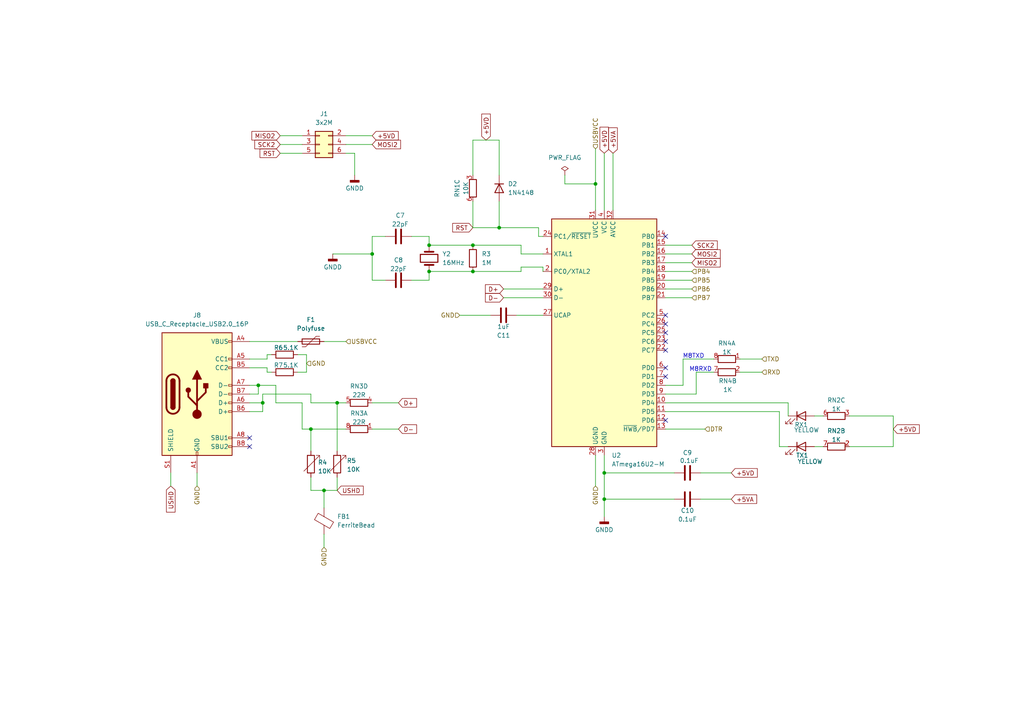
<source format=kicad_sch>
(kicad_sch (version 20250114) (generator "eeschema") (generator_version "9.0")
  (paper "A4")
  (lib_symbols
    (symbol "Connector:USB_C_Receptacle_USB2.0_16P" (pin_names (offset 1.016))
      (property "Reference" "J" (at 0 22.225 0))
      (property "Value" "USB_C_Receptacle_USB2.0_16P" (at 0 19.685 0))
      (symbol "USB_C_Receptacle_USB2.0_16P_0_0"
        (rectangle (start -0.254 -17.78) (end 0.254 -16.764))
        (rectangle (start 10.16 15.494) (end 9.144 14.986))
        (rectangle (start 10.16 10.414) (end 9.144 9.906))
        (rectangle (start 10.16 7.874) (end 9.144 7.366))
        (rectangle (start 10.16 2.794) (end 9.144 2.286))
        (rectangle (start 10.16 0.254) (end 9.144 -0.254))
        (rectangle (start 10.16 -2.286) (end 9.144 -2.794))
        (rectangle (start 10.16 -4.826) (end 9.144 -5.334))
        (rectangle (start 10.16 -12.446) (end 9.144 -12.954))
        (rectangle (start 10.16 -14.986) (end 9.144 -15.494))
      )
      (symbol "USB_C_Receptacle_USB2.0_16P_0_1"
        (rectangle (start -10.16 17.78) (end 10.16 -17.78) (stroke (width 0.254)) (fill (type background)))
        (polyline (pts (xy -8.89 -3.81) (xy -8.89 3.81)) (stroke (width 0.508)))
        (rectangle (start -7.62 -3.81) (end -6.35 3.81) (stroke (width 0.254)) (fill (type outline)))
        (arc (start -7.62 3.81) (mid -6.985 4.4423) (end -6.35 3.81) (stroke (width 0.254)))
        (arc (start -7.62 3.81) (mid -6.985 4.4423) (end -6.35 3.81) (stroke (width 0.254)) (fill (type outline)))
        (arc (start -8.89 3.81) (mid -6.985 5.7067) (end -5.08 3.81) (stroke (width 0.508)))
        (arc (start -5.08 -3.81) (mid -6.985 -5.7067) (end -8.89 -3.81) (stroke (width 0.508)))
        (arc (start -6.35 -3.81) (mid -6.985 -4.4423) (end -7.62 -3.81) (stroke (width 0.254)))
        (arc (start -6.35 -3.81) (mid -6.985 -4.4423) (end -7.62 -3.81) (stroke (width 0.254)) (fill (type outline)))
        (polyline (pts (xy -5.08 3.81) (xy -5.08 -3.81)) (stroke (width 0.508)))
        (circle (center -2.54 1.143) (radius 0.635) (stroke (width 0.254)) (fill (type outline)))
        (polyline (pts (xy -1.27 4.318) (xy 0 6.858) (xy 1.27 4.318) (xy -1.27 4.318)) (stroke (width 0.254)) (fill (type outline)))
        (polyline (pts (xy 0 -2.032) (xy 2.54 0.508) (xy 2.54 1.778)) (stroke (width 0.508)))
        (polyline (pts (xy 0 -3.302) (xy -2.54 -0.762) (xy -2.54 0.508)) (stroke (width 0.508)))
        (polyline (pts (xy 0 -5.842) (xy 0 4.318)) (stroke (width 0.508)))
        (circle (center 0 -5.842) (radius 1.27) (fill (type outline)))
        (rectangle (start 1.905 1.778) (end 3.175 3.048) (stroke (width 0.254)) (fill (type outline)))
      )
      (symbol "USB_C_Receptacle_USB2.0_16P_1_1"
        (pin passive line (at -7.62 -22.86 90) (length 5.08) (name "SHIELD") (number "S1"))
        (pin passive line (at 0 -22.86 90) (length 5.08) (name "GND") (number "A1"))
        (pin passive line (at 0 -22.86 90) (length 5.08) (hide yes) (name "GND") (number "A12"))
        (pin passive line (at 0 -22.86 90) (length 5.08) (hide yes) (name "GND") (number "B1"))
        (pin passive line (at 0 -22.86 90) (length 5.08) (hide yes) (name "GND") (number "B12"))
        (pin passive line (at 15.24 15.24 180) (length 5.08) (name "VBUS") (number "A4"))
        (pin passive line (at 15.24 15.24 180) (length 5.08) (hide yes) (name "VBUS") (number "A9"))
        (pin passive line (at 15.24 15.24 180) (length 5.08) (hide yes) (name "VBUS") (number "B4"))
        (pin passive line (at 15.24 15.24 180) (length 5.08) (hide yes) (name "VBUS") (number "B9"))
        (pin bidirectional line (at 15.24 10.16 180) (length 5.08) (name "CC1") (number "A5"))
        (pin bidirectional line (at 15.24 7.62 180) (length 5.08) (name "CC2") (number "B5"))
        (pin bidirectional line (at 15.24 2.54 180) (length 5.08) (name "D-") (number "A7"))
        (pin bidirectional line (at 15.24 0 180) (length 5.08) (name "D-") (number "B7"))
        (pin bidirectional line (at 15.24 -2.54 180) (length 5.08) (name "D+") (number "A6"))
        (pin bidirectional line (at 15.24 -5.08 180) (length 5.08) (name "D+") (number "B6"))
        (pin bidirectional line (at 15.24 -12.7 180) (length 5.08) (name "SBU1") (number "A8"))
        (pin bidirectional line (at 15.24 -15.24 180) (length 5.08) (name "SBU2") (number "B8"))
      )
    )
    (symbol "Connector_Generic:Conn_02x03_Odd_Even" (pin_names (offset 1.016) (hide yes))
      (property "Reference" "J" (at 1.27 5.08 0))
      (property "Value" "Conn_02x03_Odd_Even" (at 1.27 -5.08 0))
      (symbol "Conn_02x03_Odd_Even_1_1"
        (rectangle (start -1.27 3.81) (end 3.81 -3.81) (stroke (width 0.254)) (fill (type background)))
        (rectangle (start -1.27 2.667) (end 0 2.413) (stroke (width 0.1524)))
        (rectangle (start -1.27 0.127) (end 0 -0.127) (stroke (width 0.1524)))
        (rectangle (start -1.27 -2.413) (end 0 -2.667) (stroke (width 0.1524)))
        (rectangle (start 3.81 2.667) (end 2.54 2.413) (stroke (width 0.1524)))
        (rectangle (start 3.81 0.127) (end 2.54 -0.127) (stroke (width 0.1524)))
        (rectangle (start 3.81 -2.413) (end 2.54 -2.667) (stroke (width 0.1524)))
        (pin passive line (at -5.08 2.54 0) (length 3.81) (name "Pin_1") (number "1"))
        (pin passive line (at -5.08 0 0) (length 3.81) (name "Pin_3") (number "3"))
        (pin passive line (at -5.08 -2.54 0) (length 3.81) (name "Pin_5") (number "5"))
        (pin passive line (at 7.62 2.54 180) (length 3.81) (name "Pin_2") (number "2"))
        (pin passive line (at 7.62 0 180) (length 3.81) (name "Pin_4") (number "4"))
        (pin passive line (at 7.62 -2.54 180) (length 3.81) (name "Pin_6") (number "6"))
      )
    )
    (symbol "Device:C" (pin_numbers (hide yes)) (pin_names (offset 0.254))
      (property "Reference" "C" (at 0.635 2.54 0))
      (property "Value" "C" (at 0.635 -2.54 0))
      (symbol "C_0_1"
        (polyline (pts (xy -2.032 0.762) (xy 2.032 0.762)) (stroke (width 0.508)))
        (polyline (pts (xy -2.032 -0.762) (xy 2.032 -0.762)) (stroke (width 0.508)))
      )
      (symbol "C_1_1"
        (pin passive line (at 0 3.81 270) (length 2.794) (name "~") (number "1"))
        (pin passive line (at 0 -3.81 90) (length 2.794) (name "~") (number "2"))
      )
    )
    (symbol "Device:Crystal" (pin_numbers (hide yes)) (pin_names (offset 1.016) (hide yes))
      (property "Reference" "Y" (at 0 3.81 0))
      (property "Value" "Crystal" (at 0 -3.81 0))
      (symbol "Crystal_0_1"
        (polyline (pts (xy -2.54 0) (xy -1.905 0)))
        (polyline (pts (xy -1.905 -1.27) (xy -1.905 1.27)) (stroke (width 0.508)))
        (rectangle (start -1.143 2.54) (end 1.143 -2.54) (stroke (width 0.3048)))
        (polyline (pts (xy 1.905 -1.27) (xy 1.905 1.27)) (stroke (width 0.508)))
        (polyline (pts (xy 2.54 0) (xy 1.905 0)))
      )
      (symbol "Crystal_1_1"
        (pin passive line (at -3.81 0 0) (length 1.27) (name "1") (number "1"))
        (pin passive line (at 3.81 0 180) (length 1.27) (name "2") (number "2"))
      )
    )
    (symbol "Device:FerriteBead" (pin_numbers (hide yes)) (pin_names (offset 0))
      (property "Reference" "FB" (at -3.81 0.635 90))
      (property "Value" "FerriteBead" (at 3.81 0 90))
      (symbol "FerriteBead_0_1"
        (polyline (pts (xy -2.7686 0.4064) (xy -1.7018 2.2606) (xy 2.7686 -0.3048) (xy 1.6764 -2.159) (xy -2.7686 0.4064)))
        (polyline (pts (xy 0 1.27) (xy 0 1.2954)))
        (polyline (pts (xy 0 -1.27) (xy 0 -1.2192)))
      )
      (symbol "FerriteBead_1_1"
        (pin passive line (at 0 3.81 270) (length 2.54) (name "~") (number "1"))
        (pin passive line (at 0 -3.81 90) (length 2.54) (name "~") (number "2"))
      )
    )
    (symbol "Device:LED" (pin_numbers (hide yes)) (pin_names (offset 1.016) (hide yes))
      (property "Reference" "D" (at 0 2.54 0))
      (property "Value" "LED" (at 0 -2.54 0))
      (symbol "LED_0_1"
        (polyline (pts (xy -3.048 -0.762) (xy -4.572 -2.286) (xy -3.81 -2.286) (xy -4.572 -2.286) (xy -4.572 -1.524)))
        (polyline (pts (xy -1.778 -0.762) (xy -3.302 -2.286) (xy -2.54 -2.286) (xy -3.302 -2.286) (xy -3.302 -1.524)))
        (polyline (pts (xy -1.27 0) (xy 1.27 0)))
        (polyline (pts (xy -1.27 -1.27) (xy -1.27 1.27)) (stroke (width 0.254)))
        (polyline (pts (xy 1.27 -1.27) (xy 1.27 1.27) (xy -1.27 0) (xy 1.27 -1.27)) (stroke (width 0.254)))
      )
      (symbol "LED_1_1"
        (pin passive line (at -3.81 0 0) (length 2.54) (name "K") (number "1"))
        (pin passive line (at 3.81 0 180) (length 2.54) (name "A") (number "2"))
      )
    )
    (symbol "Device:Polyfuse" (pin_numbers (hide yes)) (pin_names (offset 0))
      (property "Reference" "F" (at -2.54 0 90))
      (property "Value" "Polyfuse" (at 2.54 0 90))
      (symbol "Polyfuse_0_1"
        (polyline (pts (xy -1.524 2.54) (xy -1.524 1.524) (xy 1.524 -1.524) (xy 1.524 -2.54)))
        (rectangle (start -0.762 2.54) (end 0.762 -2.54) (stroke (width 0.254)))
        (polyline (pts (xy 0 2.54) (xy 0 -2.54)))
      )
      (symbol "Polyfuse_1_1"
        (pin passive line (at 0 3.81 270) (length 1.27) (name "~") (number "1"))
        (pin passive line (at 0 -3.81 90) (length 1.27) (name "~") (number "2"))
      )
    )
    (symbol "Device:R" (pin_numbers (hide yes)) (pin_names (offset 0))
      (property "Reference" "R" (at 2.032 0 90))
      (property "Value" "R" (at 0 0 90))
      (symbol "R_0_1"
        (rectangle (start -1.016 -2.54) (end 1.016 2.54) (stroke (width 0.254)))
      )
      (symbol "R_1_1"
        (pin passive line (at 0 3.81 270) (length 1.27) (name "~") (number "1"))
        (pin passive line (at 0 -3.81 90) (length 1.27) (name "~") (number "2"))
      )
    )
    (symbol "Device:R_Pack04_Split" (pin_names (offset 0) (hide yes))
      (property "Reference" "RN" (at 2.032 0 90))
      (property "Value" "R_Pack04_Split" (at 0 0 90))
      (symbol "R_Pack04_Split_0_1"
        (rectangle (start 1.016 2.54) (end -1.016 -2.54) (stroke (width 0.254)))
      )
      (symbol "R_Pack04_Split_1_1"
        (pin passive line (at 0 3.81 270) (length 1.27) (name "R1.2") (number "8"))
        (pin passive line (at 0 -3.81 90) (length 1.27) (name "R1.1") (number "1"))
      )
      (symbol "R_Pack04_Split_2_1"
        (pin passive line (at 0 3.81 270) (length 1.27) (name "R2.2") (number "7"))
        (pin passive line (at 0 -3.81 90) (length 1.27) (name "R2.1") (number "2"))
      )
      (symbol "R_Pack04_Split_3_1"
        (pin passive line (at 0 3.81 270) (length 1.27) (name "R3.2") (number "6"))
        (pin passive line (at 0 -3.81 90) (length 1.27) (name "R3.1") (number "3"))
      )
      (symbol "R_Pack04_Split_4_1"
        (pin passive line (at 0 3.81 270) (length 1.27) (name "R4.2") (number "5"))
        (pin passive line (at 0 -3.81 90) (length 1.27) (name "R4.1") (number "4"))
      )
    )
    (symbol "Device:R_Variable" (pin_numbers (hide yes)) (pin_names (offset 0))
      (property "Reference" "R" (at 2.54 -2.54 90))
      (property "Value" "R_Variable" (at -2.54 -1.27 90))
      (symbol "R_Variable_0_1"
        (rectangle (start -1.016 -2.54) (end 1.016 2.54) (stroke (width 0.254)))
        (polyline (pts (xy 2.54 1.524) (xy 2.54 2.54) (xy 1.524 2.54) (xy 2.54 2.54) (xy -2.032 -2.032)))
      )
      (symbol "R_Variable_1_1"
        (pin passive line (at 0 3.81 270) (length 1.27) (name "~") (number "1"))
        (pin passive line (at 0 -3.81 90) (length 1.27) (name "~") (number "2"))
      )
    )
    (symbol "Diode:1N4148" (pin_numbers (hide yes)) (pin_names (hide yes))
      (property "Reference" "D" (at 0 2.54 0))
      (property "Value" "1N4148" (at 0 -2.54 0))
      (symbol "1N4148_0_1"
        (polyline (pts (xy -1.27 1.27) (xy -1.27 -1.27)) (stroke (width 0.254)))
        (polyline (pts (xy 1.27 1.27) (xy 1.27 -1.27) (xy -1.27 0) (xy 1.27 1.27)) (stroke (width 0.254)))
        (polyline (pts (xy 1.27 0) (xy -1.27 0)))
      )
      (symbol "1N4148_1_1"
        (pin passive line (at -3.81 0 0) (length 2.54) (name "K") (number "1"))
        (pin passive line (at 3.81 0 180) (length 2.54) (name "A") (number "2"))
      )
    )
    (symbol "MCU_Microchip_ATmega:ATmega16U2-M"
      (property "Reference" "U" (at -15.24 34.29 0))
      (property "Value" "ATmega16U2-M" (at 2.54 -34.29 0))
      (symbol "ATmega16U2-M_0_1"
        (rectangle (start -15.24 -33.02) (end 15.24 33.02) (stroke (width 0.254)) (fill (type background)))
      )
      (symbol "ATmega16U2-M_1_1"
        (pin bidirectional line (at -17.78 27.94 0) (length 2.54) (name "PC1/~{RESET}") (number "24"))
        (pin input line (at -17.78 22.86 0) (length 2.54) (name "XTAL1") (number "1"))
        (pin bidirectional line (at -17.78 17.78 0) (length 2.54) (name "PC0/XTAL2") (number "2"))
        (pin bidirectional line (at -17.78 12.7 0) (length 2.54) (name "D+") (number "29"))
        (pin bidirectional line (at -17.78 10.16 0) (length 2.54) (name "D-") (number "30"))
        (pin passive line (at -17.78 5.08 0) (length 2.54) (name "UCAP") (number "27"))
        (pin power_in line (at -2.54 35.56 270) (length 2.54) (name "UVCC") (number "31"))
        (pin power_in line (at -2.54 -35.56 90) (length 2.54) (name "UGND") (number "28"))
        (pin power_in line (at 0 35.56 270) (length 2.54) (name "VCC") (number "4"))
        (pin power_in line (at 0 -35.56 90) (length 2.54) (name "GND") (number "3"))
        (pin passive line (at 0 -35.56 90) (length 2.54) (hide yes) (name "GND") (number "33"))
        (pin power_in line (at 2.54 35.56 270) (length 2.54) (name "AVCC") (number "32"))
        (pin bidirectional line (at 17.78 27.94 180) (length 2.54) (name "PB0") (number "14"))
        (pin bidirectional line (at 17.78 25.4 180) (length 2.54) (name "PB1") (number "15"))
        (pin bidirectional line (at 17.78 22.86 180) (length 2.54) (name "PB2") (number "16"))
        (pin bidirectional line (at 17.78 20.32 180) (length 2.54) (name "PB3") (number "17"))
        (pin bidirectional line (at 17.78 17.78 180) (length 2.54) (name "PB4") (number "18"))
        (pin bidirectional line (at 17.78 15.24 180) (length 2.54) (name "PB5") (number "19"))
        (pin bidirectional line (at 17.78 12.7 180) (length 2.54) (name "PB6") (number "20"))
        (pin bidirectional line (at 17.78 10.16 180) (length 2.54) (name "PB7") (number "21"))
        (pin bidirectional line (at 17.78 5.08 180) (length 2.54) (name "PC2") (number "5"))
        (pin bidirectional line (at 17.78 2.54 180) (length 2.54) (name "PC4") (number "26"))
        (pin bidirectional line (at 17.78 0 180) (length 2.54) (name "PC5") (number "25"))
        (pin bidirectional line (at 17.78 -2.54 180) (length 2.54) (name "PC6") (number "23"))
        (pin bidirectional line (at 17.78 -5.08 180) (length 2.54) (name "PC7") (number "22"))
        (pin bidirectional line (at 17.78 -10.16 180) (length 2.54) (name "PD0") (number "6"))
        (pin bidirectional line (at 17.78 -12.7 180) (length 2.54) (name "PD1") (number "7"))
        (pin bidirectional line (at 17.78 -15.24 180) (length 2.54) (name "PD2") (number "8"))
        (pin bidirectional line (at 17.78 -17.78 180) (length 2.54) (name "PD3") (number "9"))
        (pin bidirectional line (at 17.78 -20.32 180) (length 2.54) (name "PD4") (number "10"))
        (pin bidirectional line (at 17.78 -22.86 180) (length 2.54) (name "PD5") (number "11"))
        (pin bidirectional line (at 17.78 -25.4 180) (length 2.54) (name "PD6") (number "12"))
        (pin bidirectional line (at 17.78 -27.94 180) (length 2.54) (name "~{HWB}/PD7") (number "13"))
      )
    )
    (symbol "power:GNDD" (power) (pin_numbers (hide yes)) (pin_names (offset 0) (hide yes))
      (property "Value" "GNDD" (at 0 -3.175 0))
      (symbol "GNDD_0_1"
        (rectangle (start -1.27 -1.524) (end 1.27 -2.032) (stroke (width 0.254)) (fill (type outline)))
        (polyline (pts (xy 0 0) (xy 0 -1.524)))
      )
      (symbol "GNDD_1_1"
        (pin power_in line (at 0 0 270) (length 0) (name "~") (number "1"))
      )
    )
    (symbol "power:PWR_FLAG" (power) (pin_numbers (hide yes)) (pin_names (offset 0) (hide yes))
      (property "Value" "PWR_FLAG" (at 0 3.81 0))
      (symbol "PWR_FLAG_0_0"
        (pin power_out line (at 0 0 90) (length 0) (name "~") (number "1"))
      )
      (symbol "PWR_FLAG_0_1"
        (polyline (pts (xy 0 0) (xy 0 1.27) (xy -1.016 1.905) (xy 0 2.54) (xy 1.016 1.905) (xy 0 1.27)))
      )
    )
  )
  (text "M8TXD" (at 201.168 103.378 0) (effects (font (size 1.27 1.27))))
  (text "M8RXD" (at 203.2 107.188 0) (effects (font (size 1.27 1.27))))
  (junction (at 74.93 111.76))
  (junction (at 124.46 71.12))
  (junction (at 175.26 144.78))
  (junction (at 97.79 116.84))
  (junction (at 90.17 124.46))
  (junction (at 137.16 78.74))
  (junction (at 172.72 53.34))
  (junction (at 144.78 66.04))
  (junction (at 124.46 78.74))
  (junction (at 175.26 137.16))
  (junction (at 137.16 71.12))
  (junction (at 76.2 116.84))
  (junction (at 93.98 142.24))
  (junction (at 107.95 73.66))
  (no_connect (at 193.04 121.92))
  (no_connect (at 72.39 127))
  (no_connect (at 193.04 101.6))
  (no_connect (at 193.04 109.22))
  (no_connect (at 193.04 96.52))
  (no_connect (at 193.04 91.44))
  (no_connect (at 193.04 106.68))
  (no_connect (at 193.04 99.06))
  (no_connect (at 72.39 129.54))
  (no_connect (at 193.04 68.58))
  (no_connect (at 193.04 93.98))
  (wire (pts (xy 144.78 66.04) (xy 144.78 58.42)))
  (wire (pts (xy 107.95 68.58) (xy 111.76 68.58)))
  (wire (pts (xy 107.95 116.84) (xy 115.57 116.84)))
  (wire (pts (xy 90.17 138.43) (xy 90.17 142.24)))
  (wire (pts (xy 119.38 68.58) (xy 124.46 68.58)))
  (wire (pts (xy 175.26 144.78) (xy 175.26 149.86)))
  (wire (pts (xy 77.47 106.68) (xy 77.47 107.95)))
  (wire (pts (xy 193.04 119.38) (xy 226.06 119.38)))
  (wire (pts (xy 124.46 71.12) (xy 137.16 71.12)))
  (wire (pts (xy 100.33 39.37) (xy 107.95 39.37)))
  (wire (pts (xy 198.12 111.76) (xy 193.04 111.76)))
  (wire (pts (xy 137.16 40.64) (xy 137.16 50.8)))
  (wire (pts (xy 74.93 111.76) (xy 80.01 111.76)))
  (wire (pts (xy 124.46 81.28) (xy 124.46 78.74)))
  (wire (pts (xy 76.2 116.84) (xy 76.2 114.3)))
  (wire (pts (xy 156.21 68.58) (xy 157.48 68.58)))
  (wire (pts (xy 175.26 132.08) (xy 175.26 137.16)))
  (wire (pts (xy 77.47 102.87) (xy 78.74 102.87)))
  (wire (pts (xy 107.95 73.66) (xy 107.95 81.28)))
  (wire (pts (xy 236.22 120.65) (xy 238.76 120.65)))
  (wire (pts (xy 49.53 137.16) (xy 49.53 140.97)))
  (wire (pts (xy 200.66 71.12) (xy 193.04 71.12)))
  (wire (pts (xy 193.04 116.84) (xy 228.6 116.84)))
  (wire (pts (xy 97.79 116.84) (xy 97.79 130.81)))
  (wire (pts (xy 172.72 43.18) (xy 172.72 53.34)))
  (wire (pts (xy 137.16 58.42) (xy 137.16 66.04)))
  (wire (pts (xy 107.95 68.58) (xy 107.95 73.66)))
  (wire (pts (xy 90.17 142.24) (xy 93.98 142.24)))
  (wire (pts (xy 96.52 73.66) (xy 107.95 73.66)))
  (wire (pts (xy 76.2 119.38) (xy 76.2 116.84)))
  (wire (pts (xy 93.98 142.24) (xy 97.79 142.24)))
  (wire (pts (xy 77.47 104.14) (xy 72.39 104.14)))
  (wire (pts (xy 107.95 124.46) (xy 115.57 124.46)))
  (wire (pts (xy 93.98 154.94) (xy 93.98 158.75)))
  (wire (pts (xy 228.6 116.84) (xy 228.6 120.65)))
  (wire (pts (xy 100.33 41.91) (xy 107.95 41.91)))
  (wire (pts (xy 100.33 44.45) (xy 102.87 44.45)))
  (wire (pts (xy 175.26 144.78) (xy 195.58 144.78)))
  (wire (pts (xy 72.39 116.84) (xy 76.2 116.84)))
  (wire (pts (xy 157.48 77.47) (xy 157.48 78.74)))
  (wire (pts (xy 144.78 40.64) (xy 144.78 50.8)))
  (wire (pts (xy 86.36 107.95) (xy 88.9 107.95)))
  (wire (pts (xy 200.66 81.28) (xy 193.04 81.28)))
  (wire (pts (xy 175.26 137.16) (xy 195.58 137.16)))
  (wire (pts (xy 198.12 104.14) (xy 207.01 104.14)))
  (wire (pts (xy 72.39 106.68) (xy 77.47 106.68)))
  (wire (pts (xy 200.66 76.2) (xy 193.04 76.2)))
  (wire (pts (xy 151.13 73.66) (xy 151.13 71.12)))
  (wire (pts (xy 76.2 114.3) (xy 90.17 114.3)))
  (wire (pts (xy 146.05 83.82) (xy 157.48 83.82)))
  (wire (pts (xy 133.35 91.44) (xy 142.24 91.44)))
  (wire (pts (xy 151.13 77.47) (xy 157.48 77.47)))
  (wire (pts (xy 107.95 81.28) (xy 111.76 81.28)))
  (wire (pts (xy 81.28 44.45) (xy 87.63 44.45)))
  (wire (pts (xy 226.06 119.38) (xy 226.06 129.54)))
  (wire (pts (xy 90.17 116.84) (xy 97.79 116.84)))
  (wire (pts (xy 72.39 114.3) (xy 74.93 114.3)))
  (wire (pts (xy 77.47 102.87) (xy 77.47 104.14)))
  (wire (pts (xy 97.79 116.84) (xy 100.33 116.84)))
  (wire (pts (xy 200.66 86.36) (xy 193.04 86.36)))
  (wire (pts (xy 151.13 77.47) (xy 151.13 78.74)))
  (wire (pts (xy 156.21 66.04) (xy 144.78 66.04)))
  (wire (pts (xy 201.93 107.95) (xy 207.01 107.95)))
  (wire (pts (xy 214.63 107.95) (xy 220.98 107.95)))
  (wire (pts (xy 72.39 99.06) (xy 86.36 99.06)))
  (wire (pts (xy 57.15 137.16) (xy 57.15 140.97)))
  (wire (pts (xy 246.38 120.65) (xy 259.08 120.65)))
  (wire (pts (xy 259.08 120.65) (xy 259.08 129.54)))
  (wire (pts (xy 246.38 129.54) (xy 259.08 129.54)))
  (wire (pts (xy 90.17 124.46) (xy 100.33 124.46)))
  (wire (pts (xy 203.2 144.78) (xy 212.09 144.78)))
  (wire (pts (xy 87.63 124.46) (xy 90.17 124.46)))
  (wire (pts (xy 200.66 78.74) (xy 193.04 78.74)))
  (wire (pts (xy 163.83 53.34) (xy 172.72 53.34)))
  (wire (pts (xy 198.12 104.14) (xy 198.12 111.76)))
  (wire (pts (xy 151.13 78.74) (xy 137.16 78.74)))
  (wire (pts (xy 177.8 44.45) (xy 177.8 60.96)))
  (wire (pts (xy 93.98 142.24) (xy 93.98 147.32)))
  (wire (pts (xy 175.26 137.16) (xy 175.26 144.78)))
  (wire (pts (xy 201.93 107.95) (xy 201.93 114.3)))
  (wire (pts (xy 193.04 114.3) (xy 201.93 114.3)))
  (wire (pts (xy 90.17 124.46) (xy 90.17 130.81)))
  (wire (pts (xy 200.66 73.66) (xy 193.04 73.66)))
  (wire (pts (xy 87.63 116.84) (xy 87.63 124.46)))
  (wire (pts (xy 119.38 81.28) (xy 124.46 81.28)))
  (wire (pts (xy 151.13 71.12) (xy 137.16 71.12)))
  (wire (pts (xy 146.05 86.36) (xy 157.48 86.36)))
  (wire (pts (xy 193.04 124.46) (xy 204.47 124.46)))
  (wire (pts (xy 80.01 111.76) (xy 80.01 116.84)))
  (wire (pts (xy 88.9 102.87) (xy 86.36 102.87)))
  (wire (pts (xy 74.93 114.3) (xy 74.93 111.76)))
  (wire (pts (xy 163.83 50.8) (xy 163.83 53.34)))
  (wire (pts (xy 77.47 107.95) (xy 78.74 107.95)))
  (wire (pts (xy 203.2 137.16) (xy 212.09 137.16)))
  (wire (pts (xy 214.63 104.14) (xy 220.98 104.14)))
  (wire (pts (xy 200.66 83.82) (xy 193.04 83.82)))
  (wire (pts (xy 144.78 40.64) (xy 137.16 40.64)))
  (wire (pts (xy 175.26 44.45) (xy 175.26 60.96)))
  (wire (pts (xy 226.06 129.54) (xy 228.6 129.54)))
  (wire (pts (xy 137.16 66.04) (xy 144.78 66.04)))
  (wire (pts (xy 124.46 78.74) (xy 137.16 78.74)))
  (wire (pts (xy 156.21 66.04) (xy 156.21 68.58)))
  (wire (pts (xy 72.39 119.38) (xy 76.2 119.38)))
  (wire (pts (xy 102.87 44.45) (xy 102.87 50.8)))
  (wire (pts (xy 72.39 111.76) (xy 74.93 111.76)))
  (wire (pts (xy 151.13 73.66) (xy 157.48 73.66)))
  (wire (pts (xy 124.46 68.58) (xy 124.46 71.12)))
  (wire (pts (xy 172.72 132.08) (xy 172.72 140.97)))
  (wire (pts (xy 80.01 116.84) (xy 87.63 116.84)))
  (wire (pts (xy 88.9 107.95) (xy 88.9 102.87)))
  (wire (pts (xy 81.28 39.37) (xy 87.63 39.37)))
  (wire (pts (xy 97.79 142.24) (xy 97.79 138.43)))
  (wire (pts (xy 90.17 114.3) (xy 90.17 116.84)))
  (wire (pts (xy 236.22 129.54) (xy 238.76 129.54)))
  (wire (pts (xy 81.28 41.91) (xy 87.63 41.91)))
  (wire (pts (xy 172.72 53.34) (xy 172.72 60.96)))
  (wire (pts (xy 93.98 99.06) (xy 100.33 99.06)))
  (wire (pts (xy 149.86 91.44) (xy 157.48 91.44)))
  (global_label "+5VA" (shape input) (at 177.8 44.45 90) (property "Intersheetrefs" "${INTERSHEET_REFS}" (effects (hide yes))))
  (global_label "MOSI2" (shape input) (at 107.95 41.91 0) (property "Intersheetrefs" "${INTERSHEET_REFS}" (effects (hide yes))))
  (global_label "USHD" (shape input) (at 97.79 142.24 0) (property "Intersheetrefs" "${INTERSHEET_REFS}" (effects (hide yes))))
  (global_label "RST" (shape input) (at 81.28 44.45 180) (property "Intersheetrefs" "${INTERSHEET_REFS}" (effects (hide yes))))
  (global_label "+5VD" (shape input) (at 259.08 124.46 0) (property "Intersheetrefs" "${INTERSHEET_REFS}" (effects (hide yes))))
  (global_label "+5VD" (shape input) (at 140.97 40.64 90) (property "Intersheetrefs" "${INTERSHEET_REFS}" (effects (hide yes))))
  (global_label "RST" (shape input) (at 137.16 66.04 180) (property "Intersheetrefs" "${INTERSHEET_REFS}" (effects (hide yes))))
  (global_label "MOSI2" (shape input) (at 200.66 73.66 0) (property "Intersheetrefs" "${INTERSHEET_REFS}" (effects (hide yes))))
  (global_label "+5VD" (shape input) (at 212.09 137.16 0) (property "Intersheetrefs" "${INTERSHEET_REFS}" (effects (hide yes))))
  (global_label "SCK2" (shape input) (at 81.28 41.91 180) (property "Intersheetrefs" "${INTERSHEET_REFS}" (effects (hide yes))))
  (global_label "D-" (shape input) (at 115.57 124.46 0) (property "Intersheetrefs" "${INTERSHEET_REFS}" (effects (hide yes))))
  (global_label "MISO2" (shape input) (at 200.66 76.2 0) (property "Intersheetrefs" "${INTERSHEET_REFS}" (effects (hide yes))))
  (global_label "D-" (shape input) (at 146.05 86.36 180) (property "Intersheetrefs" "${INTERSHEET_REFS}" (effects (hide yes))))
  (global_label "MISO2" (shape input) (at 81.28 39.37 180) (property "Intersheetrefs" "${INTERSHEET_REFS}" (effects (hide yes))))
  (global_label "+5VA" (shape input) (at 212.09 144.78 0) (property "Intersheetrefs" "${INTERSHEET_REFS}" (effects (hide yes))))
  (global_label "D+" (shape input) (at 146.05 83.82 180) (property "Intersheetrefs" "${INTERSHEET_REFS}" (effects (hide yes))))
  (global_label "D+" (shape input) (at 115.57 116.84 0) (property "Intersheetrefs" "${INTERSHEET_REFS}" (effects (hide yes))))
  (global_label "+5VD" (shape input) (at 107.95 39.37 0) (property "Intersheetrefs" "${INTERSHEET_REFS}" (effects (hide yes))))
  (global_label "SCK2" (shape input) (at 200.66 71.12 0) (property "Intersheetrefs" "${INTERSHEET_REFS}" (effects (hide yes))))
  (global_label "+5VD" (shape input) (at 175.26 44.45 90) (property "Intersheetrefs" "${INTERSHEET_REFS}" (effects (hide yes))))
  (global_label "USHD" (shape input) (at 49.53 140.97 270) (property "Intersheetrefs" "${INTERSHEET_REFS}" (effects (hide yes))))
  (hierarchical_label "GND" (shape input) (at 88.9 105.41 0))
  (hierarchical_label "DTR" (shape input) (at 204.47 124.46 0))
  (hierarchical_label "GND" (shape input) (at 93.98 158.75 270))
  (hierarchical_label "RXD" (shape input) (at 220.98 107.95 0))
  (hierarchical_label "USBVCC" (shape input) (at 172.72 43.18 90))
  (hierarchical_label "USBVCC" (shape input) (at 100.33 99.06 0))
  (hierarchical_label "PB7" (shape input) (at 200.66 86.36 0))
  (hierarchical_label "GND" (shape input) (at 133.35 91.44 180))
  (hierarchical_label "GND" (shape input) (at 57.15 140.97 270))
  (hierarchical_label "PB4" (shape input) (at 200.66 78.74 0))
  (hierarchical_label "PB6" (shape input) (at 200.66 83.82 0))
  (hierarchical_label "TXD" (shape input) (at 220.98 104.14 0))
  (hierarchical_label "PB5" (shape input) (at 200.66 81.28 0))
  (hierarchical_label "GND" (shape input) (at 172.72 140.97 270))
  (symbol (lib_id "Device:R") (at 137.16 74.93 0) (unit 1)
    (property "Reference" "R3" (at 139.7 73.6599 0) (effects (justify left)))
    (property "Value" "1M" (at 139.7 76.1999 0) (effects (justify left)))
    (property "Footprint" "Resistor_SMD:R_0603_1608Metric" (effects (hide yes)))
    (property "Description" "Resistor" (effects (hide yes)))
  )
  (symbol (lib_id "Device:R_Pack04_Split") (at 104.14 124.46 90) (unit 1)
    (property "Reference" "RN3" (at 104.14 119.888 90))
    (property "Value" "22R" (at 104.14 122.428 90))
    (property "Footprint" "Resistor_SMD:R_Array_Concave_4x0603" (effects (hide yes)))
    (property "Description" "4 resistor network, parallel topology, split" (effects (hide yes)))
  )
  (symbol (lib_id "Device:R_Pack04_Split") (at 210.82 107.95 90) (unit 2)
    (property "Reference" "RN4" (at 211.074 110.49 90))
    (property "Value" "1K" (at 211.074 113.03 90))
    (property "Footprint" "Resistor_SMD:R_Array_Concave_4x0603" (effects (hide yes)))
    (property "Description" "4 resistor network, parallel topology, split" (effects (hide yes)))
  )
  (symbol (lib_id "Connector:USB_C_Receptacle_USB2.0_16P") (at 57.15 114.3 0) (unit 1)
    (property "Reference" "J8" (at 57.15 91.44 0))
    (property "Value" "USB_C_Receptacle_USB2.0_16P" (at 57.15 93.98 0))
    (property "Footprint" "Connector_USB:USB_C_Receptacle_GCT_USB4135-GF-A_6P_TopMnt_Horizontal" (effects (hide yes)))
    (property "Datasheet" "https://www.usb.org/sites/default/files/documents/usb_type-c.zip" (effects (hide yes)))
    (property "Description" "USB 2.0-only 16P Type-C Receptacle connector" (effects (hide yes)))
  )
  (symbol (lib_id "Device:Crystal") (at 124.46 74.93 90) (unit 1)
    (property "Reference" "Y2" (at 128.27 73.6599 90) (effects (justify right)))
    (property "Value" "16MHz" (at 128.27 76.1999 90) (effects (justify right)))
    (property "Footprint" "Crystal:Crystal_SMD_0603-2Pin_6.0x3.5mm" (effects (hide yes)))
    (property "Description" "Two pin crystal" (effects (hide yes)))
  )
  (symbol (lib_id "Device:C") (at 199.39 144.78 90) (unit 1)
    (property "Reference" "C10" (at 199.39 148.082 90))
    (property "Value" "0.1uF" (at 199.39 150.622 90))
    (property "Footprint" "Capacitor_SMD:C_0603_1608Metric" (effects (hide yes)))
    (property "Description" "Unpolarized capacitor" (effects (hide yes)))
  )
  (symbol (lib_id "Device:R_Pack04_Split") (at 104.14 116.84 90) (unit 4)
    (property "Reference" "RN3" (at 104.14 112.014 90))
    (property "Value" "22R" (at 104.14 114.554 90))
    (property "Footprint" "Resistor_SMD:R_Array_Concave_4x0603" (effects (hide yes)))
    (property "Description" "4 resistor network, parallel topology, split" (effects (hide yes)))
  )
  (symbol (lib_id "Device:LED") (at 232.41 129.54 0) (unit 1)
    (property "Reference" "TX1" (at 232.664 132.08 0))
    (property "Value" "YELLOW" (at 234.95 133.858 0))
    (property "Footprint" "LED_SMD:LED_0603_1608Metric" (effects (hide yes)))
    (property "Description" "Light emitting diode" (effects (hide yes)))
    (property "Sim.Pins" "1=K 2=A" (effects (hide yes)))
  )
  (symbol (lib_id "Connector_Generic:Conn_02x03_Odd_Even") (at 92.71 41.91 0) (unit 1)
    (property "Reference" "J1" (at 93.98 33.02 0))
    (property "Value" "3x2M" (at 93.98 35.56 0))
    (property "Footprint" "Connector_PinHeader_2.54mm:PinHeader_2x03_P2.54mm_Vertical" (effects (hide yes)))
    (property "Description" "Generic connector, double row, 02x03, odd/even pin numbering scheme (row 1 odd numbers, row 2 even numbers), script generated (kicad-library-utils/schlib/autogen/connector/)" (effects (hide yes)))
  )
  (symbol (lib_id "Device:Polyfuse") (at 90.17 99.06 90) (unit 1)
    (property "Reference" "F1" (at 90.17 92.71 90))
    (property "Value" "Polyfuse" (at 90.17 95.25 90))
    (property "Footprint" "Fuse:Fuse_0603_1608Metric" (effects (hide yes)))
    (property "Description" "Resettable fuse, polymeric positive temperature coefficient" (effects (hide yes)))
  )
  (symbol (lib_id "Device:C") (at 199.39 137.16 90) (unit 1)
    (property "Reference" "C9" (at 199.39 131.318 90))
    (property "Value" "0.1uF" (at 199.898 133.604 90))
    (property "Footprint" "Capacitor_SMD:C_0603_1608Metric" (effects (hide yes)))
    (property "Description" "Unpolarized capacitor" (effects (hide yes)))
  )
  (symbol (lib_id "power:GNDD") (at 175.26 149.86 0) (unit 1)
    (property "Reference" "#PWR012" (effects (hide yes)))
    (property "Value" "GNDD" (at 175.26 153.67 0))
    (property "Description" "Power symbol creates a global label with name \"GNDD\" , digital ground" (effects (hide yes)))
  )
  (symbol (lib_id "Device:LED") (at 232.41 120.65 0) (unit 1)
    (property "Reference" "RX1" (at 232.41 123.19 0))
    (property "Value" "YELLOW" (at 233.934 124.714 0))
    (property "Footprint" "LED_SMD:LED_0603_1608Metric" (effects (hide yes)))
    (property "Description" "Light emitting diode" (effects (hide yes)))
    (property "Sim.Pins" "1=K 2=A" (effects (hide yes)))
  )
  (symbol (lib_id "Device:R_Pack04_Split") (at 210.82 104.14 90) (unit 1)
    (property "Reference" "RN4" (at 210.82 99.568 90))
    (property "Value" "1K" (at 210.82 102.108 90))
    (property "Footprint" "Resistor_SMD:R_Array_Concave_4x0603" (effects (hide yes)))
    (property "Description" "4 resistor network, parallel topology, split" (effects (hide yes)))
  )
  (symbol (lib_id "Device:C") (at 115.57 81.28 90) (unit 1)
    (property "Reference" "C8" (at 115.57 75.438 90))
    (property "Value" "22pF" (at 115.57 77.978 90))
    (property "Footprint" "Capacitor_SMD:C_0603_1608Metric" (effects (hide yes)))
    (property "Description" "Unpolarized capacitor" (effects (hide yes)))
  )
  (symbol (lib_id "power:GNDD") (at 102.87 50.8 0) (unit 1)
    (property "Reference" "#PWR011" (effects (hide yes)))
    (property "Value" "GNDD" (at 102.87 54.61 0))
    (property "Description" "Power symbol creates a global label with name \"GNDD\" , digital ground" (effects (hide yes)))
  )
  (symbol (lib_id "Device:C") (at 146.05 91.44 270) (unit 1)
    (property "Reference" "C11" (at 146.05 97.282 90))
    (property "Value" "1uF" (at 146.05 94.742 90))
    (property "Footprint" "Capacitor_SMD:C_0603_1608Metric" (effects (hide yes)))
    (property "Description" "Unpolarized capacitor" (effects (hide yes)))
  )
  (symbol (lib_id "MCU_Microchip_ATmega:ATmega16U2-M") (at 175.26 96.52 0) (unit 1)
    (property "Reference" "U2" (at 177.4033 132.08 0) (effects (justify left)))
    (property "Value" "ATmega16U2-M" (at 177.4033 134.62 0) (effects (justify left)))
    (property "Footprint" "Package_QFP:TQFP-32_5x5mm_P0.5mm" (effects (hide yes)))
    (property "Datasheet" "http://ww1.microchip.com/downloads/en/DeviceDoc/doc7799.pdf" (effects (hide yes)))
    (property "Description" "16MHz, 16kB Flash, 512B SRAM, 512B EEPROM, QFN-32" (effects (hide yes)))
  )
  (symbol (lib_id "power:GNDD") (at 96.52 73.66 0) (unit 1)
    (property "Reference" "#PWR010" (effects (hide yes)))
    (property "Value" "GNDD" (at 96.52 77.47 0))
    (property "Description" "Power symbol creates a global label with name \"GNDD\" , digital ground" (effects (hide yes)))
  )
  (symbol (lib_id "Device:R_Pack04_Split") (at 242.57 129.54 90) (unit 2)
    (property "Reference" "RN2" (at 242.57 124.968 90))
    (property "Value" "1K" (at 242.57 127.508 90))
    (property "Footprint" "Resistor_SMD:R_Array_Concave_4x0603" (effects (hide yes)))
    (property "Description" "4 resistor network, parallel topology, split" (effects (hide yes)))
  )
  (symbol (lib_id "Device:FerriteBead") (at 93.98 151.13 0) (unit 1)
    (property "Reference" "FB1" (at 97.79 149.8091 0) (effects (justify left)))
    (property "Value" "FerriteBead" (at 97.79 152.3491 0) (effects (justify left)))
    (property "Footprint" "Inductor_SMD:L_0603_1608Metric" (effects (hide yes)))
    (property "Description" "Ferrite bead" (effects (hide yes)))
  )
  (symbol (lib_id "Diode:1N4148") (at 144.78 54.61 270) (unit 1)
    (property "Reference" "D2" (at 147.32 53.3399 90) (effects (justify left)))
    (property "Value" "1N4148" (at 147.32 55.8799 90) (effects (justify left)))
    (property "Footprint" "Diode_SMD:D_SOD-123" (effects (hide yes)))
    (property "Datasheet" "https://assets.nexperia.com/documents/data-sheet/1N4148_1N4448.pdf" (effects (hide yes)))
    (property "Description" "100V 0.15A standard switching diode, DO-35" (effects (hide yes)))
    (property "Sim.Device" "D" (effects (hide yes)))
    (property "Sim.Pins" "1=K 2=A" (effects (hide yes)))
  )
  (symbol (lib_id "Device:R_Pack04_Split") (at 242.57 120.65 90) (unit 3)
    (property "Reference" "RN2" (at 242.57 116.078 90))
    (property "Value" "1K" (at 242.57 118.618 90))
    (property "Footprint" "Resistor_SMD:R_Array_Concave_4x0603" (effects (hide yes)))
    (property "Description" "4 resistor network, parallel topology, split" (effects (hide yes)))
  )
  (symbol (lib_id "Device:R_Variable") (at 90.17 134.62 0) (unit 1)
    (property "Reference" "R4" (at 92.202 134.112 0) (effects (justify left)))
    (property "Value" "10K" (at 92.202 136.652 0) (effects (justify left)))
    (property "Footprint" "Resistor_SMD:R_0603_1608Metric" (effects (hide yes)))
    (property "Description" "Variable resistor" (effects (hide yes)))
  )
  (symbol (lib_id "Device:R") (at 82.55 102.87 90) (unit 1)
    (property "Reference" "R6" (at 80.772 100.838 90))
    (property "Value" "5.1K" (at 84.328 100.838 90))
    (property "Footprint" "Resistor_SMD:R_0603_1608Metric" (effects (hide yes)))
    (property "Description" "Resistor" (effects (hide yes)))
  )
  (symbol (lib_id "Device:R_Pack04_Split") (at 137.16 54.61 180) (unit 3)
    (property "Reference" "RN1" (at 132.588 54.61 90))
    (property "Value" "10K" (at 135.128 54.61 90))
    (property "Footprint" "Resistor_SMD:R_Array_Concave_4x0603" (effects (hide yes)))
    (property "Description" "4 resistor network, parallel topology, split" (effects (hide yes)))
  )
  (symbol (lib_id "Device:R") (at 82.55 107.95 90) (unit 1)
    (property "Reference" "R7" (at 80.772 105.918 90))
    (property "Value" "5.1K" (at 84.328 105.918 90))
    (property "Footprint" "Resistor_SMD:R_0603_1608Metric" (effects (hide yes)))
    (property "Description" "Resistor" (effects (hide yes)))
  )
  (symbol (lib_id "Device:R_Variable") (at 97.79 134.62 0) (unit 1)
    (property "Reference" "R5" (at 100.584 133.604 0) (effects (justify left)))
    (property "Value" "10K" (at 100.584 136.144 0) (effects (justify left)))
    (property "Footprint" "Resistor_SMD:R_0603_1608Metric" (effects (hide yes)))
    (property "Description" "Variable resistor" (effects (hide yes)))
  )
  (symbol (lib_id "power:PWR_FLAG") (at 163.83 50.8 0) (unit 1)
    (property "Reference" "#FLG01" (effects (hide yes)))
    (property "Value" "PWR_FLAG" (at 163.83 45.72 0))
    (property "Description" "Special symbol for telling ERC where power comes from" (effects (hide yes)))
  )
  (symbol (lib_id "Device:C") (at 115.57 68.58 90) (unit 1)
    (property "Reference" "C7" (at 116.078 62.484 90))
    (property "Value" "22pF" (at 116.078 65.024 90))
    (property "Footprint" "Capacitor_SMD:C_0603_1608Metric" (effects (hide yes)))
    (property "Description" "Unpolarized capacitor" (effects (hide yes)))
  )
)
</source>
